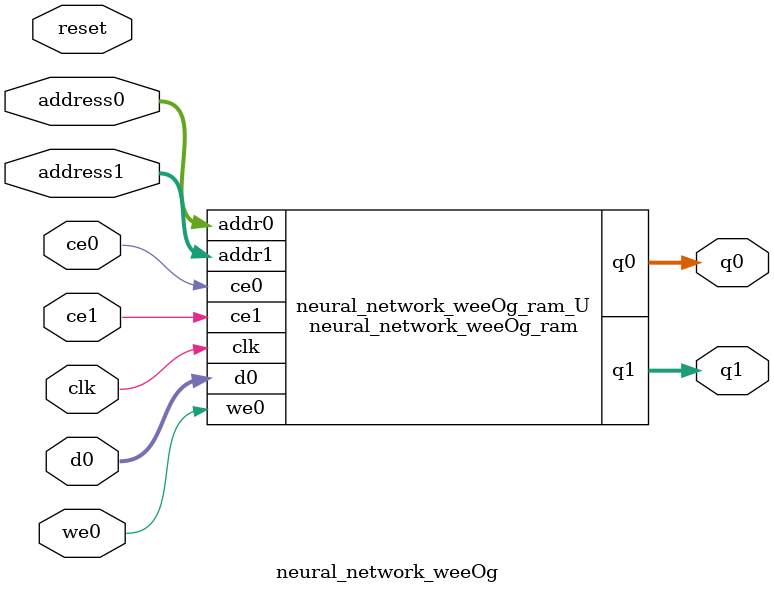
<source format=v>

`timescale 1 ns / 1 ps
module neural_network_weeOg_ram (addr0, ce0, d0, we0, q0, addr1, ce1, q1,  clk);

parameter DWIDTH = 16;
parameter AWIDTH = 4;
parameter MEM_SIZE = 10;

input[AWIDTH-1:0] addr0;
input ce0;
input[DWIDTH-1:0] d0;
input we0;
output reg[DWIDTH-1:0] q0;
input[AWIDTH-1:0] addr1;
input ce1;
output reg[DWIDTH-1:0] q1;
input clk;

(* ram_style = "distributed" *)reg [DWIDTH-1:0] ram[0:MEM_SIZE-1];




always @(posedge clk)  
begin 
    if (ce0) 
    begin
        if (we0) 
        begin 
            ram[addr0] <= d0; 
            q0 <= d0;
        end 
        else 
            q0 <= ram[addr0];
    end
end


always @(posedge clk)  
begin 
    if (ce1) 
    begin
            q1 <= ram[addr1];
    end
end


endmodule


`timescale 1 ns / 1 ps
module neural_network_weeOg(
    reset,
    clk,
    address0,
    ce0,
    we0,
    d0,
    q0,
    address1,
    ce1,
    q1);

parameter DataWidth = 32'd16;
parameter AddressRange = 32'd10;
parameter AddressWidth = 32'd4;
input reset;
input clk;
input[AddressWidth - 1:0] address0;
input ce0;
input we0;
input[DataWidth - 1:0] d0;
output[DataWidth - 1:0] q0;
input[AddressWidth - 1:0] address1;
input ce1;
output[DataWidth - 1:0] q1;



neural_network_weeOg_ram neural_network_weeOg_ram_U(
    .clk( clk ),
    .addr0( address0 ),
    .ce0( ce0 ),
    .d0( d0 ),
    .we0( we0 ),
    .q0( q0 ),
    .addr1( address1 ),
    .ce1( ce1 ),
    .q1( q1 ));

endmodule


</source>
